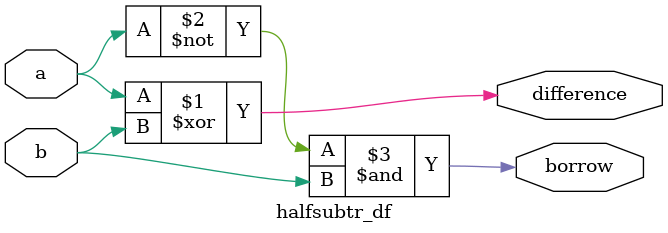
<source format=v>
`timescale 1ns / 1ps

module halfsubtr_df(difference,borrow, a,b);
    output difference,borrow;
    input a,b;
    wire w1;
    assign difference=a^b;
    assign borrow=~a&b;
endmodule

</source>
